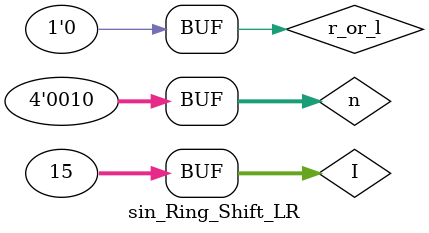
<source format=v>
`timescale 1ns / 1ps


module sin_Ring_Shift_LR(

    );
    reg [31:0]I;
    reg [3:0]n;
    reg r_or_l;
    wire [31:0]R;
    initial
    begin
    I=32'h0000_000f;
    n=4'h2;
    r_or_l=1'b1;
    #5 
    r_or_l=1'b0;
    end
    Ring_Shift_LR RSLR(I, n,
 r_or_l,R
    );
    
endmodule

</source>
